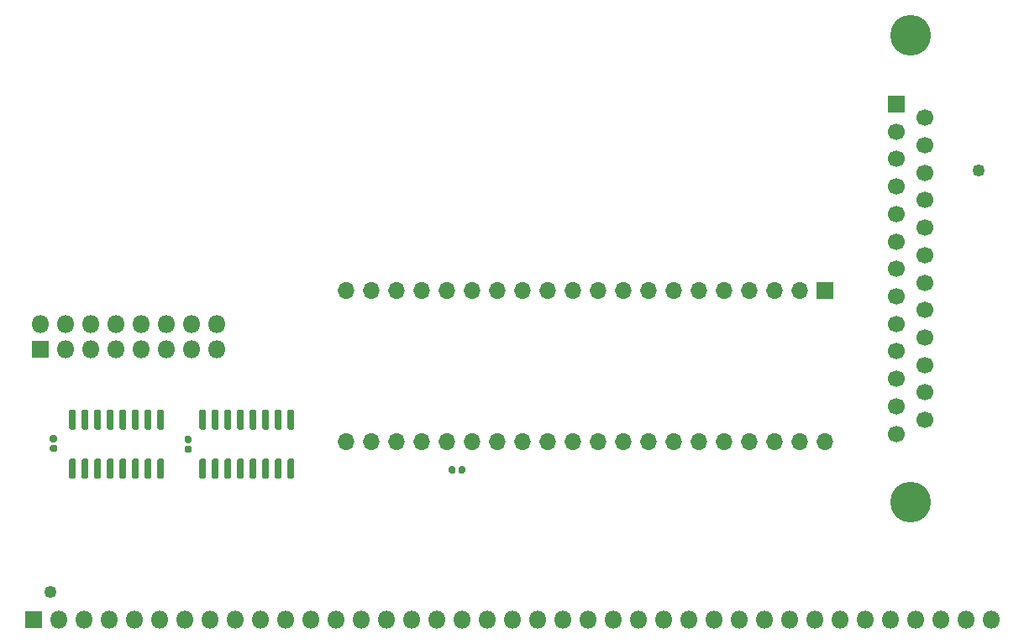
<source format=gts>
%TF.GenerationSoftware,KiCad,Pcbnew,5.1.6*%
%TF.CreationDate,2020-09-23T23:00:43+02:00*%
%TF.ProjectId,RC2014-LPT,52433230-3134-42d4-9c50-542e6b696361,rev?*%
%TF.SameCoordinates,Original*%
%TF.FileFunction,Soldermask,Top*%
%TF.FilePolarity,Negative*%
%FSLAX46Y46*%
G04 Gerber Fmt 4.6, Leading zero omitted, Abs format (unit mm)*
G04 Created by KiCad (PCBNEW 5.1.6) date 2020-09-23 23:00:43*
%MOMM*%
%LPD*%
G01*
G04 APERTURE LIST*
%ADD10O,1.700000X1.700000*%
%ADD11R,1.700000X1.700000*%
%ADD12C,4.100000*%
%ADD13C,1.700000*%
%ADD14C,1.252000*%
%ADD15O,1.800000X1.800000*%
%ADD16R,1.800000X1.800000*%
G04 APERTURE END LIST*
D10*
%TO.C,U1*%
X123800000Y-54040000D03*
X75540000Y-38800000D03*
X121260000Y-54040000D03*
X78080000Y-38800000D03*
X118720000Y-54040000D03*
X80620000Y-38800000D03*
X116180000Y-54040000D03*
X83160000Y-38800000D03*
X113640000Y-54040000D03*
X85700000Y-38800000D03*
X111100000Y-54040000D03*
X88240000Y-38800000D03*
X108560000Y-54040000D03*
X90780000Y-38800000D03*
X106020000Y-54040000D03*
X93320000Y-38800000D03*
X103480000Y-54040000D03*
X95860000Y-38800000D03*
X100940000Y-54040000D03*
X98400000Y-38800000D03*
X98400000Y-54040000D03*
X100940000Y-38800000D03*
X95860000Y-54040000D03*
X103480000Y-38800000D03*
X93320000Y-54040000D03*
X106020000Y-38800000D03*
X90780000Y-54040000D03*
X108560000Y-38800000D03*
X88240000Y-54040000D03*
X111100000Y-38800000D03*
X85700000Y-54040000D03*
X113640000Y-38800000D03*
X83160000Y-54040000D03*
X116180000Y-38800000D03*
X80620000Y-54040000D03*
X118720000Y-38800000D03*
X78080000Y-54040000D03*
X121260000Y-38800000D03*
X75540000Y-54040000D03*
D11*
X123800000Y-38800000D03*
%TD*%
%TO.C,C2*%
G36*
G01*
X86560000Y-56702500D02*
X86560000Y-57097500D01*
G75*
G02*
X86387500Y-57270000I-172500J0D01*
G01*
X86042500Y-57270000D01*
G75*
G02*
X85870000Y-57097500I0J172500D01*
G01*
X85870000Y-56702500D01*
G75*
G02*
X86042500Y-56530000I172500J0D01*
G01*
X86387500Y-56530000D01*
G75*
G02*
X86560000Y-56702500I0J-172500D01*
G01*
G37*
G36*
G01*
X87530000Y-56702500D02*
X87530000Y-57097500D01*
G75*
G02*
X87357500Y-57270000I-172500J0D01*
G01*
X87012500Y-57270000D01*
G75*
G02*
X86840000Y-57097500I0J172500D01*
G01*
X86840000Y-56702500D01*
G75*
G02*
X87012500Y-56530000I172500J0D01*
G01*
X87357500Y-56530000D01*
G75*
G02*
X87530000Y-56702500I0J-172500D01*
G01*
G37*
%TD*%
%TO.C,C11*%
G36*
G01*
X45840000Y-54369000D02*
X46235000Y-54369000D01*
G75*
G02*
X46407500Y-54541500I0J-172500D01*
G01*
X46407500Y-54886500D01*
G75*
G02*
X46235000Y-55059000I-172500J0D01*
G01*
X45840000Y-55059000D01*
G75*
G02*
X45667500Y-54886500I0J172500D01*
G01*
X45667500Y-54541500D01*
G75*
G02*
X45840000Y-54369000I172500J0D01*
G01*
G37*
G36*
G01*
X45840000Y-53399000D02*
X46235000Y-53399000D01*
G75*
G02*
X46407500Y-53571500I0J-172500D01*
G01*
X46407500Y-53916500D01*
G75*
G02*
X46235000Y-54089000I-172500J0D01*
G01*
X45840000Y-54089000D01*
G75*
G02*
X45667500Y-53916500I0J172500D01*
G01*
X45667500Y-53571500D01*
G75*
G02*
X45840000Y-53399000I172500J0D01*
G01*
G37*
%TD*%
%TO.C,U3*%
G36*
G01*
X61230000Y-52850000D02*
X60880000Y-52850000D01*
G75*
G02*
X60705000Y-52675000I0J175000D01*
G01*
X60705000Y-50975000D01*
G75*
G02*
X60880000Y-50800000I175000J0D01*
G01*
X61230000Y-50800000D01*
G75*
G02*
X61405000Y-50975000I0J-175000D01*
G01*
X61405000Y-52675000D01*
G75*
G02*
X61230000Y-52850000I-175000J0D01*
G01*
G37*
G36*
G01*
X62500000Y-52850000D02*
X62150000Y-52850000D01*
G75*
G02*
X61975000Y-52675000I0J175000D01*
G01*
X61975000Y-50975000D01*
G75*
G02*
X62150000Y-50800000I175000J0D01*
G01*
X62500000Y-50800000D01*
G75*
G02*
X62675000Y-50975000I0J-175000D01*
G01*
X62675000Y-52675000D01*
G75*
G02*
X62500000Y-52850000I-175000J0D01*
G01*
G37*
G36*
G01*
X63770000Y-52850000D02*
X63420000Y-52850000D01*
G75*
G02*
X63245000Y-52675000I0J175000D01*
G01*
X63245000Y-50975000D01*
G75*
G02*
X63420000Y-50800000I175000J0D01*
G01*
X63770000Y-50800000D01*
G75*
G02*
X63945000Y-50975000I0J-175000D01*
G01*
X63945000Y-52675000D01*
G75*
G02*
X63770000Y-52850000I-175000J0D01*
G01*
G37*
G36*
G01*
X65040000Y-52850000D02*
X64690000Y-52850000D01*
G75*
G02*
X64515000Y-52675000I0J175000D01*
G01*
X64515000Y-50975000D01*
G75*
G02*
X64690000Y-50800000I175000J0D01*
G01*
X65040000Y-50800000D01*
G75*
G02*
X65215000Y-50975000I0J-175000D01*
G01*
X65215000Y-52675000D01*
G75*
G02*
X65040000Y-52850000I-175000J0D01*
G01*
G37*
G36*
G01*
X66310000Y-52850000D02*
X65960000Y-52850000D01*
G75*
G02*
X65785000Y-52675000I0J175000D01*
G01*
X65785000Y-50975000D01*
G75*
G02*
X65960000Y-50800000I175000J0D01*
G01*
X66310000Y-50800000D01*
G75*
G02*
X66485000Y-50975000I0J-175000D01*
G01*
X66485000Y-52675000D01*
G75*
G02*
X66310000Y-52850000I-175000J0D01*
G01*
G37*
G36*
G01*
X67580000Y-52850000D02*
X67230000Y-52850000D01*
G75*
G02*
X67055000Y-52675000I0J175000D01*
G01*
X67055000Y-50975000D01*
G75*
G02*
X67230000Y-50800000I175000J0D01*
G01*
X67580000Y-50800000D01*
G75*
G02*
X67755000Y-50975000I0J-175000D01*
G01*
X67755000Y-52675000D01*
G75*
G02*
X67580000Y-52850000I-175000J0D01*
G01*
G37*
G36*
G01*
X68850000Y-52850000D02*
X68500000Y-52850000D01*
G75*
G02*
X68325000Y-52675000I0J175000D01*
G01*
X68325000Y-50975000D01*
G75*
G02*
X68500000Y-50800000I175000J0D01*
G01*
X68850000Y-50800000D01*
G75*
G02*
X69025000Y-50975000I0J-175000D01*
G01*
X69025000Y-52675000D01*
G75*
G02*
X68850000Y-52850000I-175000J0D01*
G01*
G37*
G36*
G01*
X70120000Y-52850000D02*
X69770000Y-52850000D01*
G75*
G02*
X69595000Y-52675000I0J175000D01*
G01*
X69595000Y-50975000D01*
G75*
G02*
X69770000Y-50800000I175000J0D01*
G01*
X70120000Y-50800000D01*
G75*
G02*
X70295000Y-50975000I0J-175000D01*
G01*
X70295000Y-52675000D01*
G75*
G02*
X70120000Y-52850000I-175000J0D01*
G01*
G37*
G36*
G01*
X70120000Y-57800000D02*
X69770000Y-57800000D01*
G75*
G02*
X69595000Y-57625000I0J175000D01*
G01*
X69595000Y-55925000D01*
G75*
G02*
X69770000Y-55750000I175000J0D01*
G01*
X70120000Y-55750000D01*
G75*
G02*
X70295000Y-55925000I0J-175000D01*
G01*
X70295000Y-57625000D01*
G75*
G02*
X70120000Y-57800000I-175000J0D01*
G01*
G37*
G36*
G01*
X68850000Y-57800000D02*
X68500000Y-57800000D01*
G75*
G02*
X68325000Y-57625000I0J175000D01*
G01*
X68325000Y-55925000D01*
G75*
G02*
X68500000Y-55750000I175000J0D01*
G01*
X68850000Y-55750000D01*
G75*
G02*
X69025000Y-55925000I0J-175000D01*
G01*
X69025000Y-57625000D01*
G75*
G02*
X68850000Y-57800000I-175000J0D01*
G01*
G37*
G36*
G01*
X67580000Y-57800000D02*
X67230000Y-57800000D01*
G75*
G02*
X67055000Y-57625000I0J175000D01*
G01*
X67055000Y-55925000D01*
G75*
G02*
X67230000Y-55750000I175000J0D01*
G01*
X67580000Y-55750000D01*
G75*
G02*
X67755000Y-55925000I0J-175000D01*
G01*
X67755000Y-57625000D01*
G75*
G02*
X67580000Y-57800000I-175000J0D01*
G01*
G37*
G36*
G01*
X66310000Y-57800000D02*
X65960000Y-57800000D01*
G75*
G02*
X65785000Y-57625000I0J175000D01*
G01*
X65785000Y-55925000D01*
G75*
G02*
X65960000Y-55750000I175000J0D01*
G01*
X66310000Y-55750000D01*
G75*
G02*
X66485000Y-55925000I0J-175000D01*
G01*
X66485000Y-57625000D01*
G75*
G02*
X66310000Y-57800000I-175000J0D01*
G01*
G37*
G36*
G01*
X65040000Y-57800000D02*
X64690000Y-57800000D01*
G75*
G02*
X64515000Y-57625000I0J175000D01*
G01*
X64515000Y-55925000D01*
G75*
G02*
X64690000Y-55750000I175000J0D01*
G01*
X65040000Y-55750000D01*
G75*
G02*
X65215000Y-55925000I0J-175000D01*
G01*
X65215000Y-57625000D01*
G75*
G02*
X65040000Y-57800000I-175000J0D01*
G01*
G37*
G36*
G01*
X63770000Y-57800000D02*
X63420000Y-57800000D01*
G75*
G02*
X63245000Y-57625000I0J175000D01*
G01*
X63245000Y-55925000D01*
G75*
G02*
X63420000Y-55750000I175000J0D01*
G01*
X63770000Y-55750000D01*
G75*
G02*
X63945000Y-55925000I0J-175000D01*
G01*
X63945000Y-57625000D01*
G75*
G02*
X63770000Y-57800000I-175000J0D01*
G01*
G37*
G36*
G01*
X62500000Y-57800000D02*
X62150000Y-57800000D01*
G75*
G02*
X61975000Y-57625000I0J175000D01*
G01*
X61975000Y-55925000D01*
G75*
G02*
X62150000Y-55750000I175000J0D01*
G01*
X62500000Y-55750000D01*
G75*
G02*
X62675000Y-55925000I0J-175000D01*
G01*
X62675000Y-57625000D01*
G75*
G02*
X62500000Y-57800000I-175000J0D01*
G01*
G37*
G36*
G01*
X61230000Y-57800000D02*
X60880000Y-57800000D01*
G75*
G02*
X60705000Y-57625000I0J175000D01*
G01*
X60705000Y-55925000D01*
G75*
G02*
X60880000Y-55750000I175000J0D01*
G01*
X61230000Y-55750000D01*
G75*
G02*
X61405000Y-55925000I0J-175000D01*
G01*
X61405000Y-57625000D01*
G75*
G02*
X61230000Y-57800000I-175000J0D01*
G01*
G37*
%TD*%
%TO.C,C1*%
G36*
G01*
X59402500Y-54455000D02*
X59797500Y-54455000D01*
G75*
G02*
X59970000Y-54627500I0J-172500D01*
G01*
X59970000Y-54972500D01*
G75*
G02*
X59797500Y-55145000I-172500J0D01*
G01*
X59402500Y-55145000D01*
G75*
G02*
X59230000Y-54972500I0J172500D01*
G01*
X59230000Y-54627500D01*
G75*
G02*
X59402500Y-54455000I172500J0D01*
G01*
G37*
G36*
G01*
X59402500Y-53485000D02*
X59797500Y-53485000D01*
G75*
G02*
X59970000Y-53657500I0J-172500D01*
G01*
X59970000Y-54002500D01*
G75*
G02*
X59797500Y-54175000I-172500J0D01*
G01*
X59402500Y-54175000D01*
G75*
G02*
X59230000Y-54002500I0J172500D01*
G01*
X59230000Y-53657500D01*
G75*
G02*
X59402500Y-53485000I172500J0D01*
G01*
G37*
%TD*%
D12*
%TO.C,J2*%
X132420000Y-13070000D03*
X132420000Y-60170000D03*
D13*
X133840000Y-51855000D03*
X133840000Y-49085000D03*
X133840000Y-46315000D03*
X133840000Y-43545000D03*
X133840000Y-40775000D03*
X133840000Y-38005000D03*
X133840000Y-35235000D03*
X133840000Y-32465000D03*
X133840000Y-29695000D03*
X133840000Y-26925000D03*
X133840000Y-24155000D03*
X133840000Y-21385000D03*
X131000000Y-53240000D03*
X131000000Y-50470000D03*
X131000000Y-47700000D03*
X131000000Y-44930000D03*
X131000000Y-42160000D03*
X131000000Y-39390000D03*
X131000000Y-36620000D03*
X131000000Y-33850000D03*
X131000000Y-31080000D03*
X131000000Y-28310000D03*
X131000000Y-25540000D03*
X131000000Y-22770000D03*
D11*
X131000000Y-20000000D03*
%TD*%
D14*
%TO.C,H2*%
X139319000Y-26670000D03*
%TD*%
%TO.C,H1*%
X45720000Y-69215000D03*
%TD*%
%TO.C,U2*%
G36*
G01*
X48117500Y-52841000D02*
X47767500Y-52841000D01*
G75*
G02*
X47592500Y-52666000I0J175000D01*
G01*
X47592500Y-50966000D01*
G75*
G02*
X47767500Y-50791000I175000J0D01*
G01*
X48117500Y-50791000D01*
G75*
G02*
X48292500Y-50966000I0J-175000D01*
G01*
X48292500Y-52666000D01*
G75*
G02*
X48117500Y-52841000I-175000J0D01*
G01*
G37*
G36*
G01*
X49387500Y-52841000D02*
X49037500Y-52841000D01*
G75*
G02*
X48862500Y-52666000I0J175000D01*
G01*
X48862500Y-50966000D01*
G75*
G02*
X49037500Y-50791000I175000J0D01*
G01*
X49387500Y-50791000D01*
G75*
G02*
X49562500Y-50966000I0J-175000D01*
G01*
X49562500Y-52666000D01*
G75*
G02*
X49387500Y-52841000I-175000J0D01*
G01*
G37*
G36*
G01*
X50657500Y-52841000D02*
X50307500Y-52841000D01*
G75*
G02*
X50132500Y-52666000I0J175000D01*
G01*
X50132500Y-50966000D01*
G75*
G02*
X50307500Y-50791000I175000J0D01*
G01*
X50657500Y-50791000D01*
G75*
G02*
X50832500Y-50966000I0J-175000D01*
G01*
X50832500Y-52666000D01*
G75*
G02*
X50657500Y-52841000I-175000J0D01*
G01*
G37*
G36*
G01*
X51927500Y-52841000D02*
X51577500Y-52841000D01*
G75*
G02*
X51402500Y-52666000I0J175000D01*
G01*
X51402500Y-50966000D01*
G75*
G02*
X51577500Y-50791000I175000J0D01*
G01*
X51927500Y-50791000D01*
G75*
G02*
X52102500Y-50966000I0J-175000D01*
G01*
X52102500Y-52666000D01*
G75*
G02*
X51927500Y-52841000I-175000J0D01*
G01*
G37*
G36*
G01*
X53197500Y-52841000D02*
X52847500Y-52841000D01*
G75*
G02*
X52672500Y-52666000I0J175000D01*
G01*
X52672500Y-50966000D01*
G75*
G02*
X52847500Y-50791000I175000J0D01*
G01*
X53197500Y-50791000D01*
G75*
G02*
X53372500Y-50966000I0J-175000D01*
G01*
X53372500Y-52666000D01*
G75*
G02*
X53197500Y-52841000I-175000J0D01*
G01*
G37*
G36*
G01*
X54467500Y-52841000D02*
X54117500Y-52841000D01*
G75*
G02*
X53942500Y-52666000I0J175000D01*
G01*
X53942500Y-50966000D01*
G75*
G02*
X54117500Y-50791000I175000J0D01*
G01*
X54467500Y-50791000D01*
G75*
G02*
X54642500Y-50966000I0J-175000D01*
G01*
X54642500Y-52666000D01*
G75*
G02*
X54467500Y-52841000I-175000J0D01*
G01*
G37*
G36*
G01*
X55737500Y-52841000D02*
X55387500Y-52841000D01*
G75*
G02*
X55212500Y-52666000I0J175000D01*
G01*
X55212500Y-50966000D01*
G75*
G02*
X55387500Y-50791000I175000J0D01*
G01*
X55737500Y-50791000D01*
G75*
G02*
X55912500Y-50966000I0J-175000D01*
G01*
X55912500Y-52666000D01*
G75*
G02*
X55737500Y-52841000I-175000J0D01*
G01*
G37*
G36*
G01*
X57007500Y-52841000D02*
X56657500Y-52841000D01*
G75*
G02*
X56482500Y-52666000I0J175000D01*
G01*
X56482500Y-50966000D01*
G75*
G02*
X56657500Y-50791000I175000J0D01*
G01*
X57007500Y-50791000D01*
G75*
G02*
X57182500Y-50966000I0J-175000D01*
G01*
X57182500Y-52666000D01*
G75*
G02*
X57007500Y-52841000I-175000J0D01*
G01*
G37*
G36*
G01*
X57007500Y-57791000D02*
X56657500Y-57791000D01*
G75*
G02*
X56482500Y-57616000I0J175000D01*
G01*
X56482500Y-55916000D01*
G75*
G02*
X56657500Y-55741000I175000J0D01*
G01*
X57007500Y-55741000D01*
G75*
G02*
X57182500Y-55916000I0J-175000D01*
G01*
X57182500Y-57616000D01*
G75*
G02*
X57007500Y-57791000I-175000J0D01*
G01*
G37*
G36*
G01*
X55737500Y-57791000D02*
X55387500Y-57791000D01*
G75*
G02*
X55212500Y-57616000I0J175000D01*
G01*
X55212500Y-55916000D01*
G75*
G02*
X55387500Y-55741000I175000J0D01*
G01*
X55737500Y-55741000D01*
G75*
G02*
X55912500Y-55916000I0J-175000D01*
G01*
X55912500Y-57616000D01*
G75*
G02*
X55737500Y-57791000I-175000J0D01*
G01*
G37*
G36*
G01*
X54467500Y-57791000D02*
X54117500Y-57791000D01*
G75*
G02*
X53942500Y-57616000I0J175000D01*
G01*
X53942500Y-55916000D01*
G75*
G02*
X54117500Y-55741000I175000J0D01*
G01*
X54467500Y-55741000D01*
G75*
G02*
X54642500Y-55916000I0J-175000D01*
G01*
X54642500Y-57616000D01*
G75*
G02*
X54467500Y-57791000I-175000J0D01*
G01*
G37*
G36*
G01*
X53197500Y-57791000D02*
X52847500Y-57791000D01*
G75*
G02*
X52672500Y-57616000I0J175000D01*
G01*
X52672500Y-55916000D01*
G75*
G02*
X52847500Y-55741000I175000J0D01*
G01*
X53197500Y-55741000D01*
G75*
G02*
X53372500Y-55916000I0J-175000D01*
G01*
X53372500Y-57616000D01*
G75*
G02*
X53197500Y-57791000I-175000J0D01*
G01*
G37*
G36*
G01*
X51927500Y-57791000D02*
X51577500Y-57791000D01*
G75*
G02*
X51402500Y-57616000I0J175000D01*
G01*
X51402500Y-55916000D01*
G75*
G02*
X51577500Y-55741000I175000J0D01*
G01*
X51927500Y-55741000D01*
G75*
G02*
X52102500Y-55916000I0J-175000D01*
G01*
X52102500Y-57616000D01*
G75*
G02*
X51927500Y-57791000I-175000J0D01*
G01*
G37*
G36*
G01*
X50657500Y-57791000D02*
X50307500Y-57791000D01*
G75*
G02*
X50132500Y-57616000I0J175000D01*
G01*
X50132500Y-55916000D01*
G75*
G02*
X50307500Y-55741000I175000J0D01*
G01*
X50657500Y-55741000D01*
G75*
G02*
X50832500Y-55916000I0J-175000D01*
G01*
X50832500Y-57616000D01*
G75*
G02*
X50657500Y-57791000I-175000J0D01*
G01*
G37*
G36*
G01*
X49387500Y-57791000D02*
X49037500Y-57791000D01*
G75*
G02*
X48862500Y-57616000I0J175000D01*
G01*
X48862500Y-55916000D01*
G75*
G02*
X49037500Y-55741000I175000J0D01*
G01*
X49387500Y-55741000D01*
G75*
G02*
X49562500Y-55916000I0J-175000D01*
G01*
X49562500Y-57616000D01*
G75*
G02*
X49387500Y-57791000I-175000J0D01*
G01*
G37*
G36*
G01*
X48117500Y-57791000D02*
X47767500Y-57791000D01*
G75*
G02*
X47592500Y-57616000I0J175000D01*
G01*
X47592500Y-55916000D01*
G75*
G02*
X47767500Y-55741000I175000J0D01*
G01*
X48117500Y-55741000D01*
G75*
G02*
X48292500Y-55916000I0J-175000D01*
G01*
X48292500Y-57616000D01*
G75*
G02*
X48117500Y-57791000I-175000J0D01*
G01*
G37*
%TD*%
D15*
%TO.C,J3*%
X62484000Y-42164000D03*
X62484000Y-44704000D03*
X59944000Y-42164000D03*
X59944000Y-44704000D03*
X57404000Y-42164000D03*
X57404000Y-44704000D03*
X54864000Y-42164000D03*
X54864000Y-44704000D03*
X52324000Y-42164000D03*
X52324000Y-44704000D03*
X49784000Y-42164000D03*
X49784000Y-44704000D03*
X47244000Y-42164000D03*
X47244000Y-44704000D03*
X44704000Y-42164000D03*
D16*
X44704000Y-44704000D03*
%TD*%
D15*
%TO.C,J1*%
X140520000Y-72000000D03*
X137980000Y-72000000D03*
X135440000Y-72000000D03*
X132900000Y-72000000D03*
X130360000Y-72000000D03*
X127820000Y-72000000D03*
X125280000Y-72000000D03*
X122740000Y-72000000D03*
X120200000Y-72000000D03*
X117660000Y-72000000D03*
X115120000Y-72000000D03*
X112580000Y-72000000D03*
X110040000Y-72000000D03*
X107500000Y-72000000D03*
X104960000Y-72000000D03*
X102420000Y-72000000D03*
X99880000Y-72000000D03*
X97340000Y-72000000D03*
X94800000Y-72000000D03*
X92260000Y-72000000D03*
X89720000Y-72000000D03*
X87180000Y-72000000D03*
X84640000Y-72000000D03*
X82100000Y-72000000D03*
X79560000Y-72000000D03*
X77020000Y-72000000D03*
X74480000Y-72000000D03*
X71940000Y-72000000D03*
X69400000Y-72000000D03*
X66860000Y-72000000D03*
X64320000Y-72000000D03*
X61780000Y-72000000D03*
X59240000Y-72000000D03*
X56700000Y-72000000D03*
X54160000Y-72000000D03*
X51620000Y-72000000D03*
X49080000Y-72000000D03*
X46540000Y-72000000D03*
D16*
X44000000Y-72000000D03*
%TD*%
M02*

</source>
